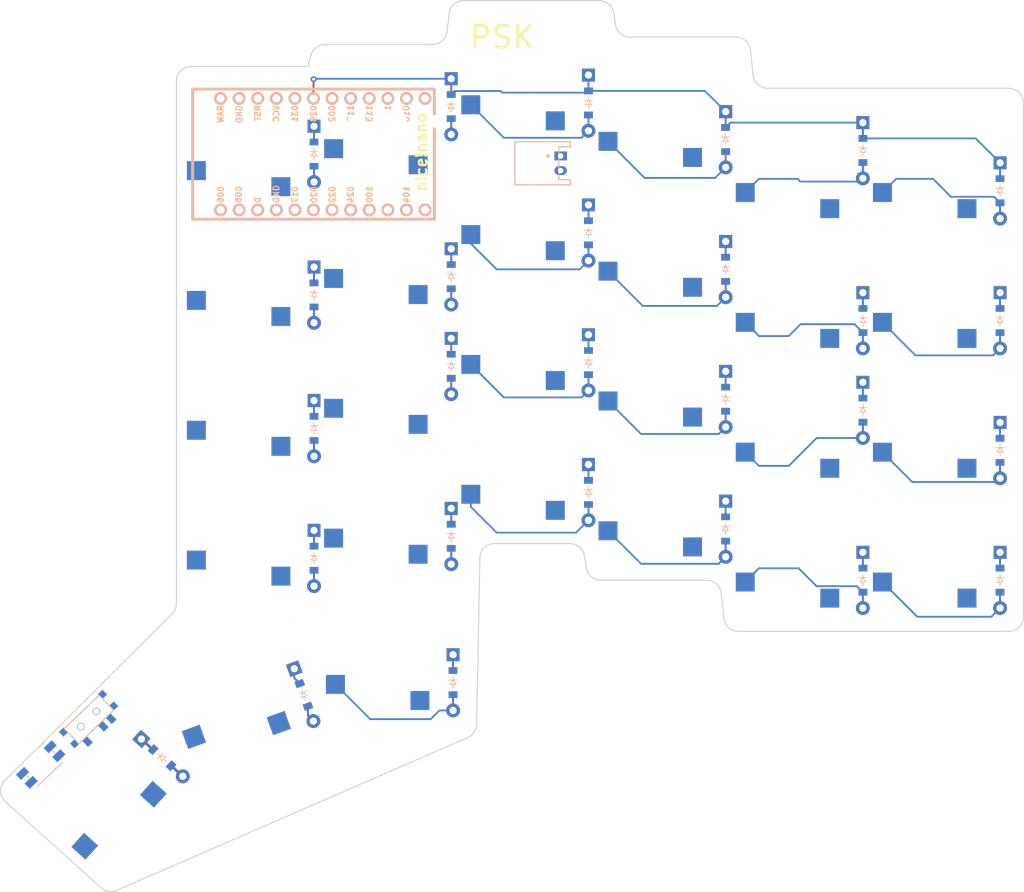
<source format=kicad_pcb>
(kicad_pcb (version 20240108) (generator "pcbnew") (generator_version "8.0")
  (title_block (title "right") (rev "v1.0.0") (company "Unknown"))
  (layers (0 "F.Cu" signal) (31 "B.Cu" signal) (34 "B.Paste" user) (35 "F.Paste" user) (36 "B.SilkS" user "B.Silkscreen") (37 "F.SilkS" user "F.Silkscreen") (38 "B.Mask" user) (39 "F.Mask" user) (44 "Edge.Cuts" user))
  (net 0 "")
  (net 1 "P020")
  (net 2 "mirror_first_mod")
  (net 3 "mirror_first_bottom")
  (net 4 "mirror_first_home")
  (net 5 "mirror_first_top")
  (net 6 "P022")
  (net 7 "mirror_second_mod")
  (net 8 "mirror_second_bottom")
  (net 9 "mirror_second_home")
  (net 10 "mirror_second_top")
  (net 11 "P024")
  (net 12 "mirror_third_mod")
  (net 13 "mirror_third_bottom")
  (net 14 "mirror_third_home")
  (net 15 "mirror_third_top")
  (net 16 "P100")
  (net 17 "mirror_fourth_mod")
  (net 18 "mirror_fourth_bottom")
  (net 19 "mirror_fourth_home")
  (net 20 "mirror_fourth_top")
  (net 21 "P011")
  (net 22 "mirror_fifth_mod")
  (net 23 "mirror_fifth_bottom")
  (net 24 "mirror_fifth_home")
  (net 25 "mirror_fifth_top")
  (net 26 "P017")
  (net 27 "mirror_sixth_mod")
  (net 28 "mirror_sixth_bottom")
  (net 29 "mirror_sixth_home")
  (net 30 "mirror_sixth_top")
  (net 31 "P010")
  (net 32 "mirror_near_thumb")
  (net 33 "P111")
  (net 34 "mirror_home_thumb")
  (net 35 "P009")
  (net 36 "mirror_far_thumb")
  (net 37 "P113")
  (net 38 "P115")
  (net 39 "P002")
  (net 40 "P029")
  (net 41 "P031")
  (net 42 "RAW")
  (net 43 "GND")
  (net 44 "RST")
  (net 45 "VCC")
  (net 46 "P006")
  (net 47 "P008")
  (net 48 "P104")
  (net 49 "P106")
  (net 50 "pos")
  (footprint "E73:SPDT_C128955" (layer "F.Cu") (at 270.743478 172.48592 44)
    (property "Reference" "T1" (hide yes))
    (property "Value" "" (hide yes))
  )
  (footprint "HOLE_M2_TH" (layer "F.Cu") (at 378.5 140.75)
    (property "Reference" "")
    (property "Value" "")
  )
  (footprint "PG1350" (layer "F.Cu") (at 312.5 126.25 180)
    (property "Reference" "S18" (hide yes))
    (property "Value" "" (hide yes))
  )
  (footprint "HOLE_M2_TH" (layer "F.Cu") (at 341 116.75)
    (property "Reference" "")
    (property "Value" "")
  )
  (footprint "ComboDiode" (layer "F.Cu") (at 376.55 118 -90)
    (property "Reference" "D6" (hide yes))
    (property "Value" "" (hide yes))
  )
  (footprint "ComboDiode" (layer "F.Cu") (at 376.55 130.25 -90)
    (property "Reference" "D21" (hide yes))
    (property "Value" "" (hide yes))
  )
  (footprint "PG1350" (layer "F.Cu") (at 368.75 150 180)
    (property "Reference" "S5" (hide yes))
    (property "Value" "" (hide yes))
  )
  (footprint "PG1350" (layer "F.Cu") (at 293.75 111.5 180)
    (property "Reference" "S23" (hide yes))
    (property "Value" "" (hide yes))
  )
  (footprint "ComboDiode" (layer "F.Cu") (at 395.3 153.5 -90)
    (property "Reference" "D1" (hide yes))
    (property "Value" "" (hide yes))
  )
  (footprint "ComboDiode" (layer "F.Cu") (at 301.55 132.75 -90)
    (property "Reference" "D17" (hide yes))
    (property "Value" "" (hide yes))
  )
  (footprint "ComboDiode" (layer "F.Cu") (at 320.3 147.5 -90)
    (property "Reference" "D14" (hide yes))
    (property "Value" "" (hide yes))
  )
  (footprint "PG1350" (layer "F.Cu") (at 331.25 102.5 180)
    (property "Reference" "S15" (hide yes))
    (property "Value" "" (hide yes))
  )
  (footprint "PG1350" (layer "F.Cu") (at 387.5 96.75 180)
    (property "Reference" "S4" (hide yes))
    (property "Value" "" (hide yes))
  )
  (footprint "PG1350" (layer "F.Cu") (at 272.971411 181.220123 -132)
    (property "Reference" "S27" (hide yes))
    (property "Value" "" (hide yes))
  )
  (footprint "PG1350" (layer "F.Cu") (at 312.5 144 180)
    (property "Reference" "S17" (hide yes))
    (property "Value" "" (hide yes))
  )
  (footprint "PG1350" (layer "F.Cu") (at 387.5 132.25 180)
    (property "Reference" "S2" (hide yes))
    (property "Value" "" (hide yes))
  )
  (footprint "ComboDiode" (layer "F.Cu") (at 339.05 88.25 -90)
    (property "Reference" "D13" (hide yes))
    (property "Value" "" (hide yes))
  )
  (footprint "JST_PH_S2B-PH-K_02x2.00mm_Angled" (layer "F.Cu") (at 335.25 96.5 -90)
    (property "Reference" "JST1" (hide yes))
    (property "Value" "" (hide yes))
  )
  (footprint "HOLE_M2_TH" (layer "F.Cu") (at 300.683611 158.349259 20)
    (property "Reference" "")
    (property "Value" "")
  )
  (footprint "ComboDiode" (layer "F.Cu") (at 395.3 100.25 -90)
    (property "Reference" "D4" (hide yes))
    (property "Value" "" (hide yes))
  )
  (footprint "ComboDiode" (layer "F.Cu") (at 357.8 146.5 -90)
    (property "Reference" "D7" (hide yes))
    (property "Value" "" (hide yes))
  )
  (footprint "nice_nano" (layer "F.Cu") (at 302.75 95.25)
    (property "Reference" "MCU1" (hide yes))
    (property "Value" "nice_nano" (hide yes))
  )
  (footprint "PG1350" (layer "F.Cu") (at 293.75 147 180)
    (property "Reference" "S21" (hide yes))
    (property "Value" "" (hide yes))
  )
  (footprint "ComboDiode" (layer "F.Cu") (at 320.3 112 -90)
    (property "Reference" "D15" (hide yes))
    (property "Value" "" (hide yes))
  )
  (footprint "PG1350" (layer "F.Cu") (at 350 143 180)
    (property "Reference" "S9" (hide yes))
    (property "Value" "" (hide yes))
  )
  (footprint "PG1350" (layer "F.Cu") (at 350 125.25 180)
    (property "Reference" "S10" (hide yes))
    (property "Value" "" (hide yes))
  )
  (footprint "PG1350" (layer "F.Cu") (at 291.63043 168.561503 -160)
    (property "Reference" "S26" (hide yes))
    (property "Value" "" (hide yes))
  )
  (footprint "ComboDiode" (layer "F.Cu") (at 376.55 153.5 -90)
    (property "Reference" "D5" (hide yes))
    (property "Value" "" (hide yes))
  )
  (footprint "ComboDiode" (layer "F.Cu") (at 357.8 93.25 -90)
    (property "Reference" "D10" (hide yes))
    (property "Value" "" (hide yes))
  )
  (footprint "ComboDiode" (layer "F.Cu") (at 320.3 88.75 -90)
    (property "Reference" "D24" (hide yes))
    (property "Value" "" (hide yes))
  )
  (footprint "PG1350" (layer "F.Cu") (at 293.75 93.75 180)
    (property "Reference" "S24" (hide yes))
    (property "Value" "" (hide yes))
  )
  (footprint "PG1350" (layer "F.Cu") (at 368.75 96.75 180)
    (property "Reference" "S8" (hide yes))
    (property "Value" "" (hide yes))
  )
  (footprint "ComboDiode" (layer "F.Cu") (at 357.8 111 -90)
    (property "Reference" "D9" (hide yes))
    (property "Value" "" (hide yes))
  )
  (footprint "PG1350" (layer "F.Cu") (at 312.75 164 180)
    (property "Reference" "S25" (hide yes))
    (property "Value" "" (hide yes))
  )
  (footprint "PG1350" (layer "F.Cu") (at 331.25 138 180)
    (property "Reference" "S13" (hide yes))
    (property "Value" "" (hide yes))
  )
  (footprint "Panasonic_EVQPUL_EVQPUC" (layer "F.Cu") (at 264.201101 178.705832 44)
    (property "Reference" "B1" (hide yes))
    (property "Value" "Panasonic_EVQPUL_EVQPUC" (hide yes))
  )
  (footprint "PG1350" (layer "F.Cu") (at 331.25 120.25 180)
    (property "Reference" "S14" (hide yes))
    (property "Value" "" (hide yes))
  )
  (footprint "PG1350" (layer "F.Cu") (at 350 107.5 180)
    (property "Reference" "S11" (hide yes))
    (property "Value" "" (hide yes))
  )
  (footprint "PG1350" (layer "F.Cu") (at 293.75 129.25 180)
    (property "Reference" "S22" (hide yes))
    (property "Value" "" (hide yes))
  )
  (footprint "ComboDiode" (layer "F.Cu") (at 376.55 94.75 -90)
    (property "Reference" "D22" (hide yes))
    (property "Value" "" (hide yes))
  )
  (footprint "ComboDiode" (layer "F.Cu") (at 301.55 150.5 -90)
    (property "Reference" "D16" (hide yes))
    (property "Value" "" (hide yes))
  )
  (footprint "ComboDiode" (layer "F.Cu") (at 357.8 128.75 -90)
    (property "Reference" "D8" (hide yes))
    (property "Value" "" (hide yes))
  )
  (footprint "ComboDiode" (layer "F.Cu") (at 300.157103 169.18267 -70)
    (property "Reference" "D19" (hide yes))
    (property "Value" "" (hide yes))
  )
  (footprint "ComboDiode" (layer "F.Cu") (at 395.3 135.75 -90)
    (property "Reference" "D2" (hide yes))
    (property "Value" "" (hide yes))
  )
  (footprint "PG1350" (layer "F.Cu") (at 350 89.75 180)
    (property "Reference" "S12" (hide yes))
    (property "Value" "" (hide yes))
  )
  (footprint "ComboDiode" (layer "F.Cu") (at 280.791636 177.765551 -42)
    (property "Reference" "D20" (hide yes))
    (property "Value" "" (hide yes))
  )
  (footprint "HOLE_M2_TH" (layer "F.Cu") (at 321.5 135.5)
    (property "Reference" "")
    (property "Value" "")
  )
  (footprint "PG1350" (layer "F.Cu") (at 368.75 114.5 180)
    (property "Reference" "S7" (hide yes))
    (property "Value" "" (hide yes))
  )
  (footprint "PG1350" (layer "F.Cu") (at 331.25 84.75 180)
    (property "Reference" "S16" (hide yes))
    (property "Value" "" (hide yes))
  )
  (footprint "ComboDiode" (layer "F.Cu") (at 339.05 141.5 -90)
    (property "Reference" "D11" (hide yes))
    (property "Value" "" (hide yes))
  )
  (footprint "ComboDiode" (layer "F.Cu") (at 320.3 124.25 -90)
    (property "Reference" "D23" (hide yes))
    (property "Value" "" (hide yes))
  )
  (footprint "PG1350" (layer "F.Cu") (at 312.5 90.75 180)
    (property "Reference" "S20" (hide yes))
    (property "Value" "" (hide yes))
  )
  (footprint "ComboDiode" (layer "F.Cu") (at 339.05 106 -90)
    (property "Reference" "D27" (hide yes))
    (property "Value" "" (hide yes))
  )
  (footprint "ComboDiode" (layer "F.Cu") (at 339.05 123.75 -90)
    (property "Reference" "D12" (hide yes))
    (property "Value" "" (hide yes))
  )
  (footprint "PG1350" (layer "F.Cu") (at 387.5 150 180)
    (property "Reference" "S1" (hide yes))
    (property "Value" "" (hide yes))
  )
  (footprint "PG1350" (layer "F.Cu") (at 387.5 114.5 180)
    (property "Reference" "S3" (hide yes))
    (property "Value" "" (hide yes))
  )
  (footprint "ComboDiode" (layer "F.Cu") (at 301.55 114.5 -90)
    (property "Reference" "D26" (hide yes))
    (property "Value" "" (hide yes))
  )
  (footprint "PG1350" (layer "F.Cu") (at 368.75 132.25 180)
    (property "Reference" "S6" (hide yes))
    (property "Value" "" (hide yes))
  )
  (footprint "PG1350" (layer "F.Cu") (at 312.5 108.5 180)
    (property "Reference" "S19" (hide yes))
    (property "Value" "" (hide yes))
  )
  (footprint "ComboDiode" (layer "F.Cu") (at 301.55 95.25 -90)
    (property "Reference" "D25" (hide yes))
    (property "Value" "" (hide yes))
  )
  (footprint "ComboDiode" (layer "F.Cu") (at 395.3 118 -90)
    (property "Reference" "D3" (hide yes))
    (property "Value" "" (hide yes))
  )
  (footprint "ComboDiode" (layer "F.Cu") (at 320.55 167.5 -90)
    (property "Reference" "D18" (hide yes))
    (property "Value" "" (hide yes))
  )
  (footprint "HOLE_M2_TH" (layer "F.Cu") (at 377.75 105.25)
    (property "Reference" "")
    (property "Value" "")
  )
  (gr_line (start 326.211908 148.5) (end 336.527625 148.5) (stroke (width 0.15)) (layer "Edge.Cuts"))
  (gr_line (start 301.121233 81.764868) (end 300.7499 83.25) (stroke (width 0.15)) (layer "Edge.Cuts"))
  (gr_arc (start 274.594184 195.906633) (mid 273.474721 196.047048) (end 272.457387 195.559254) (stroke (width 0.15)) (layer "Edge.Cuts"))
  (gr_line (start 342.744502 77.546681) (end 342.505498 75.953319) (stroke (width 0.15)) (layer "Edge.Cuts"))
  (gr_line (start 359.202839 79.25) (end 344.722375 79.25) (stroke (width 0.15)) (layer "Edge.Cuts"))
  (gr_arc (start 359.202839 79.25) (mid 360.539601 79.762362) (end 361.191457 81.036934) (stroke (width 0.15)) (layer "Edge.Cuts"))
  (gr_arc (start 282.75 85.25) (mid 283.335786 83.835786) (end 284.75 83.25) (stroke (width 0.15)) (layer "Edge.Cuts"))
  (gr_arc (start 323.774671 173.217101) (mid 323.437307 174.290792) (end 322.573576 175.012315) (stroke (width 0.15)) (layer "Edge.Cuts"))
  (gr_line (start 300.7499 83.25) (end 284.75 83.25) (stroke (width 0.15)) (layer "Edge.Cuts"))
  (gr_arc (start 259.376483 183.781155) (mid 258.715391 182.34575) (end 259.30261 180.878575) (stroke (width 0.15)) (layer "Edge.Cuts"))
  (gr_line (start 320.031009 76.001931) (end 319.718991 78.498069) (stroke (width 0.15)) (layer "Edge.Cuts"))
  (gr_line (start 340.722375 153.5) (end 355.202839 153.5) (stroke (width 0.15)) (layer "Edge.Cuts"))
  (gr_line (start 340.527625 74.25) (end 322.015564 74.25) (stroke (width 0.15)) (layer "Edge.Cuts"))
  (gr_line (start 359.547161 160.5) (end 396.5 160.5) (stroke (width 0.15)) (layer "Edge.Cuts"))
  (gr_arc (start 301.121232 81.764868) (mid 301.830702 80.67357) (end 303.061502 80.25) (stroke (width 0.15)) (layer "Edge.Cuts"))
  (gr_line (start 259.376483 183.781155) (end 272.457387 195.559254) (stroke (width 0.15)) (layer "Edge.Cuts"))
  (gr_arc (start 282.75 156.669851) (mid 282.597196 157.436575) (end 282.162134 158.086141) (stroke (width 0.15)) (layer "Edge.Cuts"))
  (gr_line (start 398.5 158.5) (end 398.5 88.25) (stroke (width 0.15)) (layer "Edge.Cuts"))
  (gr_arc (start 340.527625 74.25) (mid 341.832738 74.73452) (end 342.505498 75.953319) (stroke (width 0.15)) (layer "Edge.Cuts"))
  (gr_arc (start 398.5 158.5) (mid 397.914214 159.914214) (end 396.5 160.5) (stroke (width 0.15)) (layer "Edge.Cuts"))
  (gr_arc (start 359.547161 160.5) (mid 358.210399 159.987638) (end 357.558543 158.713066) (stroke (width 0.15)) (layer "Edge.Cuts"))
  (gr_line (start 282.75 85.25) (end 282.75 156.669851) (stroke (width 0.15)) (layer "Edge.Cuts"))
  (gr_line (start 396.5 86.25) (end 363.547161 86.25) (stroke (width 0.15)) (layer "Edge.Cuts"))
  (gr_arc (start 320.031008 76.001931) (mid 320.691959 74.750644) (end 322.015564 74.25) (stroke (width 0.15)) (layer "Edge.Cuts"))
  (gr_line (start 282.162134 158.086141) (end 259.30261 180.878575) (stroke (width 0.15)) (layer "Edge.Cuts"))
  (gr_arc (start 363.547161 86.25) (mid 362.210399 85.737638) (end 361.558543 84.463066) (stroke (width 0.15)) (layer "Edge.Cuts"))
  (gr_arc (start 355.202839 153.5) (mid 356.539601 154.012362) (end 357.191457 155.286934) (stroke (width 0.15)) (layer "Edge.Cuts"))
  (gr_arc (start 396.5 86.25) (mid 397.914214 86.835786) (end 398.5 88.25) (stroke (width 0.15)) (layer "Edge.Cuts"))
  (gr_arc (start 336.527625 148.5) (mid 337.832738 148.98452) (end 338.505498 150.203319) (stroke (width 0.15)) (layer "Edge.Cuts"))
  (gr_line (start 361.558543 84.463066) (end 361.191457 81.036934) (stroke (width 0.15)) (layer "Edge.Cuts"))
  (gr_arc (start 319.718992 78.498069) (mid 319.058041 79.749356) (end 317.734436 80.25) (stroke (width 0.15)) (layer "Edge.Cuts"))
  (gr_line (start 274.594184 195.906633) (end 322.573576 175.012315) (stroke (width 0.15)) (layer "Edge.Cuts"))
  (gr_line (start 317.734436 80.25) (end 303.061502 80.25) (stroke (width 0.15)) (layer "Edge.Cuts"))
  (gr_arc (start 340.722375 153.5) (mid 339.417262 153.01548) (end 338.744502 151.796681) (stroke (width 0.15)) (layer "Edge.Cuts"))
  (gr_line (start 338.505498 150.203319) (end 338.744502 151.796681) (stroke (width 0.15)) (layer "Edge.Cuts"))
  (gr_line (start 357.191457 155.286934) (end 357.558543 158.713066) (stroke (width 0.15)) (layer "Edge.Cuts"))
  (gr_arc (start 324.212278 150.461546) (mid 324.811356 149.072256) (end 326.211908 148.5) (stroke (width 0.15)) (layer "Edge.Cuts"))
  (gr_arc (start 344.722375 79.25) (mid 343.417262 78.76548) (end 342.744502 77.546681) (stroke (width 0.15)) (layer "Edge.Cuts"))
  (gr_line (start 323.774671 173.217101) (end 324.212278 150.461546) (stroke (width 0.15)) (layer "Edge.Cuts"))
  (gr_text "PSK" (at 322.55 79.25 0) (layer "F.SilkS") (effects (font (size 3 3) (thickness 0.4)) (justify left)))
  (segment (start 395.3 155.15) (end 395.3 157.31) (width 0.25) (layer "F.Cu") (net 2))
  (segment (start 383.975 158.5) (end 394.11 158.5) (width 0.25) (layer "B.Cu") (net 2))
  (segment (start 395.3 155.15) (end 395.3 157.31) (width 0.25) (layer "B.Cu") (net 2))
  (segment (start 394.11 158.5) (end 395.3 157.31) (width 0.25) (layer "B.Cu") (net 2))
  (segment (start 379.225 153.75) (end 383.975 158.5) (width 0.25) (layer "B.Cu") (net 2))
  (segment (start 395.3 137.4) (end 395.3 139.56) (width 0.25) (layer "F.Cu") (net 3))
  (segment (start 383.3 140.075) (end 394.785 140.075) (width 0.25) (layer "B.Cu") (net 3))
  (segment (start 379.225 136) (end 383.3 140.075) (width 0.25) (layer "B.Cu") (net 3))
  (segment (start 395.3 137.4) (end 395.3 139.56) (width 0.25) (layer "B.Cu") (net 3))
  (segment (start 394.785 140.075) (end 395.3 139.56) (width 0.25) (layer "B.Cu") (net 3))
  (segment (start 395.3 119.65) (end 395.3 121.81) (width 0.25) (layer "F.Cu") (net 4))
  (segment (start 383.7375 122.7625) (end 394.3475 122.7625) (width 0.25) (layer "B.Cu") (net 4))
  (segment (start 395.3 119.65) (end 395.3 121.81) (width 0.25) (layer "B.Cu") (net 4))
  (segment (start 394.3475 122.7625) (end 395.3 121.81) (width 0.25) (layer "B.Cu") (net 4))
  (segment (start 379.225 118.25) (end 383.7375 122.7625) (width 0.25) (layer "B.Cu") (net 4))
  (segment (start 395.3 104.06) (end 395.3 101.9) (width 0.25) (layer "F.Cu") (net 5))
  (segment (start 394.475 101.075) (end 395.3 101.9) (width 0.25) (layer "B.Cu") (net 5))
  (segment (start 379.225 100.5) (end 381.1 98.625) (width 0.25) (layer "B.Cu") (net 5))
  (segment (start 381.1 98.625) (end 386.125 98.625) (width 0.25) (layer "B.Cu") (net 5))
  (segment (start 386.125 98.625) (end 388.575 101.075) (width 0.25) (layer "B.Cu") (net 5))
  (segment (start 388.575 101.075) (end 394.475 101.075) (width 0.25) (layer "B.Cu") (net 5))
  (segment (start 395.3 101.9) (end 395.3 104.06) (width 0.25) (layer "B.Cu") (net 5))
  (segment (start 376.55 155.15) (end 376.55 157.31) (width 0.25) (layer "F.Cu") (net 7))
  (segment (start 370.225 154.325) (end 375.725 154.325) (width 0.25) (layer "B.Cu") (net 7))
  (segment (start 375.725 154.325) (end 376.55 155.15) (width 0.25) (layer "B.Cu") (net 7))
  (segment (start 360.475 153.75) (end 362.35 151.875) (width 0.25) (layer "B.Cu") (net 7))
  (segment (start 367.775 151.875) (end 370.225 154.325) (width 0.25) (layer "B.Cu") (net 7))
  (segment (start 362.35 151.875) (end 367.775 151.875) (width 0.25) (layer "B.Cu") (net 7))
  (segment (start 376.55 157.31) (end 376.55 155.15) (width 0.25) (layer "B.Cu") (net 7))
  (segment (start 376.55 131.9) (end 376.55 134.06) (width 0.25) (layer "F.Cu") (net 8))
  (segment (start 362.35 137.875) (end 366.42335 137.875) (width 0.25) (layer "B.Cu") (net 8))
  (segment (start 376.55 134.06) (end 376.55 131.9) (width 0.25) (layer "B.Cu") (net 8))
  (segment (start 360.475 136) (end 362.35 137.875) (width 0.25) (layer "B.Cu") (net 8))
  (segment (start 366.42335 137.875) (end 370.23835 134.06) (width 0.25) (layer "B.Cu") (net 8))
  (segment (start 370.23835 134.06) (end 376.55 134.06) (width 0.25) (layer "B.Cu") (net 8))
  (segment (start 376.55 119.65) (end 376.55 121.81) (width 0.25) (layer "F.Cu") (net 9))
  (segment (start 368.04835 118.5) (end 375.4 118.5) (width 0.25) (layer "B.Cu") (net 9))
  (segment (start 360.475 118.25) (end 362.35 120.125) (width 0.25) (layer "B.Cu") (net 9))
  (segment (start 362.35 120.125) (end 366.42335 120.125) (width 0.25) (layer "B.Cu") (net 9))
  (segment (start 376.55 121.81) (end 376.55 119.65) (width 0.25) (layer "B.Cu") (net 9))
  (segment (start 366.42335 120.125) (end 368.04835 118.5) (width 0.25) (layer "B.Cu") (net 9))
  (segment (start 375.4 118.5) (end 376.55 119.65) (width 0.25) (layer "B.Cu") (net 9))
  (segment (start 376.55 96.4) (end 376.55 98.56) (width 0.25) (layer "F.Cu") (net 10))
  (segment (start 376.55 98.56) (end 376.55 96.4) (width 0.25) (layer "B.Cu") (net 10))
  (segment (start 360.475 100.5) (end 362.35 98.625) (width 0.25) (layer "B.Cu") (net 10))
  (segment (start 376.11 99) (end 376.55 98.56) (width 0.25) (layer "B.Cu") (net 10))
  (segment (start 368 99) (end 376.11 99) (width 0.25) (layer "B.Cu") (net 10))
  (segment (start 362.35 98.625) (end 367.625 98.625) (width 0.25) (layer "B.Cu") (net 10))
  (segment (start 367.625 98.625) (end 368 99) (width 0.25) (layer "B.Cu") (net 10))
  (segment (start 357.8 148.15) (end 357.8 150.31) (width 0.25) (layer "F.Cu") (net 12))
  (segment (start 341.725 146.75) (end 346.2375 151.2625) (width 0.25) (layer "B.Cu") (net 12))
  (segment (start 346.2375 151.2625) (end 356.8475 151.2625) (width 0.25) (layer "B.Cu") (net 12))
  (segment (start 356.8475 151.2625) (end 357.8 150.31) (width 0.25) (layer "B.Cu") (net 12))
  (segment (start 357.8 150.31) (end 357.8 148.15) (width 0.25) (layer "B.Cu") (net 12))
  (segment (start 357.8 130.4) (end 357.8 132.56) (width 0.25) (layer "F.Cu") (net 13))
  (segment (start 346.2375 133.5125) (end 356.8475 133.5125) (width 0.25) (layer "B.Cu") (net 13))
  (segment (start 341.725 129) (end 346.2375 133.5125) (width 0.25) (layer "B.Cu") (net 13))
  (segment (start 356.8475 133.5125) (end 357.8 132.56) (width 0.25) (layer "B.Cu") (net 13))
  (segment (start 357.8 132.56) (end 357.8 130.4) (width 0.25) (layer "B.Cu") (net 13))
  (segment (start 357.8 112.65) (end 357.8 114.81) (width 0.25) (layer "F.Cu") (net 14))
  (segment (start 357.8 114.81) (end 357.8 112.65) (width 0.25) (layer "B.Cu") (net 14))
  (segment (start 346.475 116) (end 356.61 116) (width 0.25) (layer "B.Cu") (net 14))
  (segment (start 356.61 116) (end 357.8 114.81) (width 0.25) (layer "B.Cu") (net 14))
  (segment (start 341.725 111.25) (end 346.475 116) (width 0.25) (layer "B.Cu") (net 14))
  (segment (start 357.8 94.9) (end 357.8 97.06) (width 0.25) (layer "F.Cu") (net 15))
  (segment (start 341.725 93.5) (end 346.725 98.5) (width 0.25) (layer "B.Cu") (net 15))
  (segment (start 356.36 98.5) (end 357.8 97.06) (width 0.25) (layer "B.Cu") (net 15))
  (segment (start 346.725 98.5) (end 356.36 98.5) (width 0.25) (layer "B.Cu") (net 15))
  (segment (start 357.8 97.06) (end 357.8 94.9) (width 0.25) (layer "B.Cu") (net 15))
  (segment (start 339.05 143.15) (end 339.05 145.31) (width 0.25) (layer "F.Cu") (net 17))
  (segment (start 322.975 143.475) (end 326.5 147) (width 0.25) (layer "B.Cu") (net 17))
  (segment (start 339.05 145.31) (end 339.05 143.15) (width 0.25) (layer "B.Cu") (net 17))
  (segment (start 322.975 141.75) (end 322.975 143.475) (width 0.25) (layer "B.Cu") (net 17))
  (segment (start 337.36 147) (end 339.05 145.31) (width 0.25) (layer "B.Cu") (net 17))
  (segment (start 326.5 147) (end 337.36 147) (width 0.25) (layer "B.Cu") (net 17))
  (segment (start 339.05 125.4) (end 339.05 127.56) (width 0.25) (layer "F.Cu") (net 18))
  (segment (start 339.05 127.56) (end 339.05 125.4) (width 0.25) (layer "B.Cu") (net 18))
  (segment (start 327.4875 128.5125) (end 338.0975 128.5125) (width 0.25) (layer "B.Cu") (net 18))
  (segment (start 322.975 124) (end 327.4875 128.5125) (width 0.25) (layer "B.Cu") (net 18))
  (segment (start 338.0975 128.5125) (end 339.05 127.56) (width 0.25) (layer "B.Cu") (net 18))
  (segment (start 339.05 107.65) (end 339.05 109.81) (width 0.25) (layer "F.Cu") (net 19))
  (segment (start 322.975 106.25) (end 322.975 107.475) (width 0.25) (layer "B.Cu") (net 19))
  (segment (start 326.5 111) (end 337.86 111) (width 0.25) (layer "B.Cu") (net 19))
  (segment (start 339.05 109.81) (end 339.05 107.65) (width 0.25) (layer "B.Cu") (net 19))
  (segment (start 322.975 107.475) (end 326.5 111) (width 0.25) (layer "B.Cu") (net 19))
  (segment (start 337.86 111) (end 339.05 109.81) (width 0.25) (layer "B.Cu") (net 19))
  (segment (start 339.05 89.9) (end 339.05 92.06) (width 0.25) (layer "F.Cu") (net 20))
  (segment (start 338.0975 93.0125) (end 339.05 92.06) (width 0.25) (layer "B.Cu") (net 20))
  (segment (start 339.05 92.06) (end 339.05 89.9) (width 0.25) (layer "B.Cu") (net 20))
  (segment (start 322.975 88.5) (end 327.4875 93.0125) (width 0.25) (layer "B.Cu") (net 20))
  (segment (start 327.4875 93.0125) (end 338.0975 93.0125) (width 0.25) (layer "B.Cu") (net 20))
  (segment (start 320.3 149.15) (end 320.3 151.31) (width 0.25) (layer "F.Cu") (net 22))
  (segment (start 320.3 151.31) (end 320.3 149.15) (width 0.25) (layer "B.Cu") (net 22))
  (segment (start 320.3 125.9) (end 320.3 128.06) (width 0.25) (layer "F.Cu") (net 23))
  (segment (start 320.3 128.06) (end 320.3 125.9) (width 0.25) (layer "B.Cu") (net 23))
  (segment (start 320.3 113.65) (end 320.3 115.81) (width 0.25) (layer "F.Cu") (net 24))
  (segment (start 320.3 115.81) (end 320.3 113.65) (width 0.25) (layer "B.Cu") (net 24))
  (segment (start 320.3 90.4) (end 320.3 92.56) (width 0.25) (layer "F.Cu") (net 25))
  (segment (start 320.3 92.56) (end 320.3 90.4) (width 0.25) (layer "B.Cu") (net 25))
  (segment (start 301.55 152.15) (end 301.55 154.31) (width 0.25) (layer "F.Cu") (net 27))
  (segment (start 301.55 154.31) (end 301.55 152.15) (width 0.25) (layer "B.Cu") (net 27))
  (segment (start 301.55 134.4) (end 301.55 136.56) (width 0.25) (layer "F.Cu") (net 28))
  (segment (start 301.55 136.56) (end 301.55 134.4) (width 0.25) (layer "B.Cu") (net 28))
  (segment (start 301.55 116.15) (end 301.55 118.31) (width 0.25) (layer "F.Cu") (net 29))
  (segment (start 301.55 118.31) (end 301.55 116.15) (width 0.25) (layer "B.Cu") (net 29))
  (segment (start 301.55 96.9) (end 301.55 99.06) (width 0.25) (layer "F.Cu") (net 30))
  (segment (start 301.55 99.06) (end 301.55 96.9) (width 0.25) (layer "B.Cu") (net 30))
  (segment (start 320.55 169.15) (end 320.55 171.31) (width 0.25) (layer "F.Cu") (net 32))
  (segment (start 304.475 167.75) (end 309.225 172.5) (width 0.25) (layer "B.Cu") (net 32))
  (segment (start 320.55 169.15) (end 320.55 171.31) (width 0.25) (layer "B.Cu") (net 32))
  (segment (start 317.5 172.5) (end 318.69 171.31) (width 0.25) (layer "B.Cu") (net 32))
  (segment (start 309.225 172.5) (end 317.5 172.5) (width 0.25) (layer "B.Cu") (net 32))
  (segment (start 318.69 171.31) (end 320.55 171.31) (width 0.25) (layer "B.Cu") (net 32))
  (segment (start 300.721436 170.733163) (end 300.721436 172.024135) (width 0.25) (layer "F.Cu") (net 34))
  (segment (start 300.721436 172.024135) (end 301.4602 172.762899) (width 0.25) (layer "F.Cu") (net 34))
  (segment (start 300.721436 172.024135) (end 301.4602 172.762899) (width 0.25) (layer "B.Cu") (net 34))
  (segment (start 300.721436 170.733163) (end 300.721436 172.024135) (width 0.25) (layer "B.Cu") (net 34))
  (segment (start 283.623018 180.314939) (end 283.463147 180.314939) (width 0.25) (layer "F.Cu") (net 36))
  (segment (start 283.463147 180.314939) (end 282.017825 178.869617) (width 0.25) (layer "F.Cu") (net 36))
  (segment (start 282.177696 178.869617) (end 283.623018 180.314939) (width 0.25) (layer "B.Cu") (net 36))
  (segment (start 282.017825 178.869617) (end 282.177696 178.869617) (width 0.25) (layer "B.Cu") (net 36))
  (segment (start 357.8 142.69) (end 357.8 144.85) (width 0.25) (layer "F.Cu") (net 37))
  (segment (start 376.55 149.69) (end 376.55 151.85) (width 0.25) (layer "F.Cu") (net 37))
  (segment (start 320.3 143.69) (end 320.3 145.85) (width 0.25) (layer "F.Cu") (net 37))
  (segment (start 339.05 137.69) (end 339.05 139.85) (width 0.25) (layer "F.Cu") (net 37))
  (segment (start 395.3 149.69) (end 395.3 151.85) (width 0.25) (layer "F.Cu") (net 37))
  (segment (start 301.55 146.69) (end 301.55 148.85) (width 0.25) (layer "F.Cu") (net 37))
  (segment (start 339.05 139.85) (end 339.05 137.69) (width 0.25) (layer "B.Cu") (net 37))
  (segment (start 320.3 145.85) (end 320.3 143.69) (width 0.25) (layer "B.Cu") (net 37))
  (segment (start 357.8 144.85) (end 357.8 142.69) (width 0.25) (layer "B.Cu") (net 37))
  (segment (start 376.55 151.85) (end 376.55 149.69) (width 0.25) (layer "B.Cu") (net 37))
  (segment (start 395.3 149.69) (end 395.3 151.85) (width 0.25) (layer "B.Cu") (net 37))
  (segment (start 301.55 148.85) (end 301.55 146.69) (width 0.25) (layer "B.Cu") (net 37))
  (segment (start 395.3 131.94) (end 395.3 134.1) (width 0.25) (layer "F.Cu") (net 38))
  (segment (start 339.05 119.94) (end 339.05 122.1) (width 0.25) (layer "F.Cu") (net 38))
  (segment (start 357.8 124.94) (end 357.8 127.1) (width 0.25) (layer "F.Cu") (net 38))
  (segment (start 376.55 126.44) (end 376.55 128.6) (width 0.25) (layer "F.Cu") (net 38))
  (segment (start 301.55 128.94) (end 301.55 131.1) (width 0.25) (layer "F.Cu") (net 38))
  (segment (start 320.3 120.44) (end 320.3 122.6) (width 0.25) (layer "F.Cu") (net 38))
  (segment (start 376.55 128.6) (end 376.55 126.44) (width 0.25) (layer "B.Cu") (net 38))
  (segment (start 301.55 131.1) (end 301.55 128.94) (width 0.25) (layer "B.Cu") (net 38))
  (segment (start 357.8 127.1) (end 357.8 124.94) (width 0.25) (layer "B.Cu") (net 38))
  (segment (start 395.3 131.94) (end 395.3 134.1) (width 0.25) (layer "B.Cu") (net 38))
  (segment (start 320.3 122.6) (end 320.3 120.44) (width 0.25) (layer "B.Cu") (net 38))
  (segment (start 339.05 122.1) (end 339.05 119.94) (width 0.25) (layer "B.Cu") (net 38))
  (segment (start 339.05 102.19) (end 339.05 104.35) (width 0.25) (layer "F.Cu") (net 39))
  (segment (start 301.55 110.69) (end 301.55 112.85) (width 0.25) (layer "F.Cu") (net 39))
  (segment (start 395.3 114.19) (end 395.3 116.35) (width 0.25) (layer "F.Cu") (net 39))
  (segment (start 357.8 107.19) (end 357.8 109.35) (width 0.25) (layer "F.Cu") (net 39))
  (segment (start 376.55 114.19) (end 376.55 116.35) (width 0.25) (layer "F.Cu") (net 39))
  (segment (start 320.3 108.19) (end 320.3 110.35) (width 0.25) (layer "F.Cu") (net 39))
  (segment (start 376.55 116.35) (end 376.55 114.19) (width 0.25) (layer "B.Cu") (net 39))
  (segment (start 320.3 110.35) (end 320.3 108.19) (width 0.25) (layer "B.Cu") (net 39))
  (segment (start 357.8 109.35) (end 357.8 107.19) (width 0.25) (layer "B.Cu") (net 39))
  (segment (start 301.55 112.85) (end 301.55 110.69) (width 0.25) (layer "B.Cu") (net 39))
  (segment (start 339.05 104.35) (end 339.05 102.19) (width 0.25) (layer "B.Cu") (net 39))
  (segment (start 395.3 114.19) (end 395.3 116.35) (width 0.25) (layer "B.Cu") (net 39))
  (segment (start 376.55 90.94) (end 376.55 93.1) (width 0.25) (layer "F.Cu") (net 40))
  (segment (start 339.05 84.44) (end 339.05 86.6) (width 0.25) (layer "F.Cu") (net 40))
  (segment (start 320.3 84.94) (end 320.3 87.1) (width 0.25) (layer "F.Cu") (net 40))
  (segment (start 301.5 85) (end 301.48 85.02) (width 0.25) (layer "F.Cu") (net 40))
  (segment (start 395.3 96.44) (end 395.3 98.6) (width 0.25) (layer "F.Cu") (net 40))
  (segment (start 301.48 85.02) (end 301.48 87.63) (width 0.25) (layer "F.Cu") (net 40))
  (segment (start 301.55 91.44) (end 301.55 93.6) (width 0.25) (layer "F.Cu") (net 40))
  (segment (start 357.8 89.44) (end 357.8 91.6) (width 0.25) (layer "F.Cu") (net 40))
  (via (at 301.5 85) (size 0.8) (drill 0.4) (layers "F.Cu" "B.Cu") (net 40))
  (segment (start 376.55 90.94) (end 358.46 90.94) (width 0.25) (layer "B.Cu") (net 40))
  (segment (start 357.8 89.44) (end 354.96 86.6) (width 0.25) (layer "B.Cu") (net 40))
  (segment (start 327.24115 86.8395) (end 327.02665 86.625) (width 0.25) (layer "B.Cu") (net 40))
  (segment (start 358.46 90.94) (end 357.8 91.6) (width 0.25) (layer "B.Cu") (net 40))
  (segment (start 395.3 96.44) (end 395.3 98.6) (width 0.25) (layer "B.Cu") (net 40))
  (segment (start 327.02665 86.625) (end 320.775 86.625) (width 0.25) (layer "B.Cu") (net 40))
  (segment (start 338.8105 86.8395) (end 327.24115 86.8395) (width 0.25) (layer "B.Cu") (net 40))
  (segment (start 320.3 87.1) (end 320.3 84.94) (width 0.25) (layer "B.Cu") (net 40))
  (segment (start 320.775 86.625) (end 320.3 87.1) (width 0.25) (layer "B.Cu") (net 40))
  (segment (start 391.96 93.1) (end 376.55 93.1) (width 0.25) (layer "B.Cu") (net 40))
  (segment (start 339.05 86.6) (end 339.05 84.44) (width 0.25) (layer "B.Cu") (net 40))
  (segment (start 339.05 86.6) (end 338.8105 86.8395) (width 0.25) (layer "B.Cu") (net 40))
  (segment (start 357.8 91.6) (end 357.8 89.44) (width 0.25) (layer "B.Cu") (net 40))
  (segment (start 354.96 86.6) (end 339.05 86.6) (width 0.25) (layer "B.Cu") (net 40))
  (segment (start 301.56 84.94) (end 301.5 85) (width 0.25) (layer "B.Cu") (net 40))
  (segment (start 320.3 84.94) (end 301.56 84.94) (width 0.25) (layer "B.Cu") (net 40))
  (segment (start 395.3 96.44) (end 391.96 93.1) (width 0.25) (layer "B.Cu") (net 40))
  (segment (start 301.55 93.6) (end 301.55 91.44) (width 0.25) (layer "B.Cu") (net 40))
  (segment (start 376.55 93.1) (end 376.55 90.94) (width 0.25) (layer "B.Cu") (net 40))
  (segment (start 298.854006 165.602441) (end 298.854006 166.893413) (width 0.25) (layer "F.Cu") (net 41))
  (segment (start 298.854006 166.893413) (end 299.59277 167.632177) (width 0.25) (layer "F.Cu") (net 41))
  (segment (start 279.565447 176.661485) (end 279.405576 176.661485) (width 0.25) (layer "F.Cu") (net 41))
  (segment (start 279.405576 176.661485) (end 277.960254 175.216163) (width 0.25) (layer "F.Cu") (net 41))
  (segment (start 320.55 163.69) (end 320.55 165.85) (width 0.25) (layer "F.Cu") (net 41))
  (segment (start 298.854006 166.893413) (end 299.59277 167.632177) (width 0.25) (layer "B.Cu") (net 41))
  (segment (start 277.960254 175.216163) (end 278.120125 175.216163) (width 0.25) (layer "B.Cu") (net 41))
  (segment (start 298.854006 165.602441) (end 298.854006 166.893413) (width 0.25) (layer "B.Cu") (net 41))
  (segment (start 278.120125 175.216163) (end 279.565447 176.661485) (width 0.25) (layer "B.Cu") (net 41))
  (segment (start 320.55 163.69) (end 320.55 165.85) (width 0.25) (layer "B.Cu") (net 41))
)
</source>
